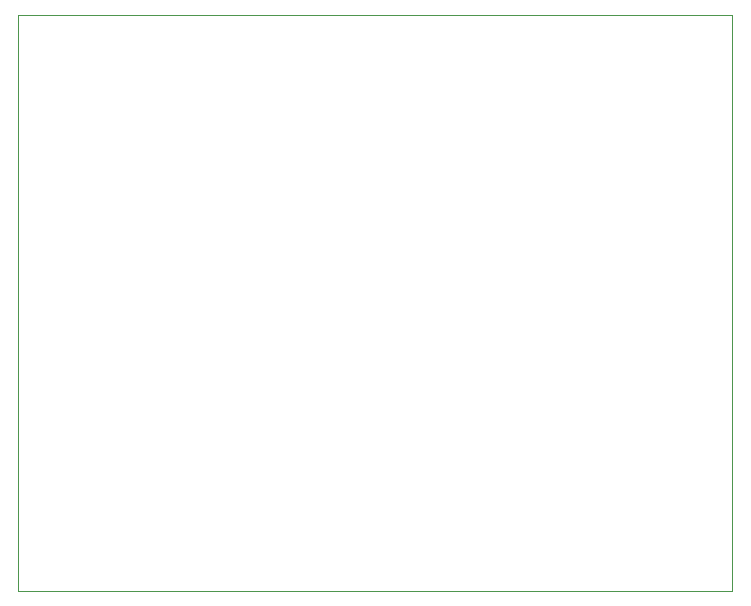
<source format=gbr>
%TF.GenerationSoftware,KiCad,Pcbnew,(7.0.0)*%
%TF.CreationDate,2023-12-28T02:06:20-08:00*%
%TF.ProjectId,Blutooth_Serial,426c7574-6f6f-4746-985f-53657269616c,rev?*%
%TF.SameCoordinates,Original*%
%TF.FileFunction,Profile,NP*%
%FSLAX46Y46*%
G04 Gerber Fmt 4.6, Leading zero omitted, Abs format (unit mm)*
G04 Created by KiCad (PCBNEW (7.0.0)) date 2023-12-28 02:06:20*
%MOMM*%
%LPD*%
G01*
G04 APERTURE LIST*
%TA.AperFunction,Profile*%
%ADD10C,0.100000*%
%TD*%
G04 APERTURE END LIST*
D10*
X44450000Y-63246000D02*
X104902000Y-63246000D01*
X104902000Y-63246000D02*
X104902000Y-112014000D01*
X104902000Y-112014000D02*
X44450000Y-112014000D01*
X44450000Y-112014000D02*
X44450000Y-63246000D01*
M02*

</source>
